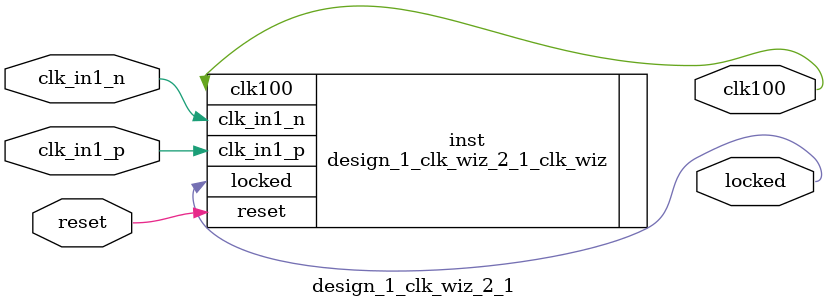
<source format=v>


`timescale 1ps/1ps

(* CORE_GENERATION_INFO = "design_1_clk_wiz_2_1,clk_wiz_v6_0_5_0_0,{component_name=design_1_clk_wiz_2_1,use_phase_alignment=false,use_min_o_jitter=false,use_max_i_jitter=false,use_dyn_phase_shift=false,use_inclk_switchover=false,use_dyn_reconfig=false,enable_axi=0,feedback_source=FDBK_AUTO,PRIMITIVE=MMCM,num_out_clk=1,clkin1_period=6.400,clkin2_period=10.0,use_power_down=false,use_reset=true,use_locked=true,use_inclk_stopped=false,feedback_type=SINGLE,CLOCK_MGR_TYPE=NA,manual_override=false}" *)

module design_1_clk_wiz_2_1 
 (
  // Clock out ports
  output        clk100,
  // Status and control signals
  input         reset,
  output        locked,
 // Clock in ports
  input         clk_in1_p,
  input         clk_in1_n
 );

  design_1_clk_wiz_2_1_clk_wiz inst
  (
  // Clock out ports  
  .clk100(clk100),
  // Status and control signals               
  .reset(reset), 
  .locked(locked),
 // Clock in ports
  .clk_in1_p(clk_in1_p),
  .clk_in1_n(clk_in1_n)
  );

endmodule

</source>
